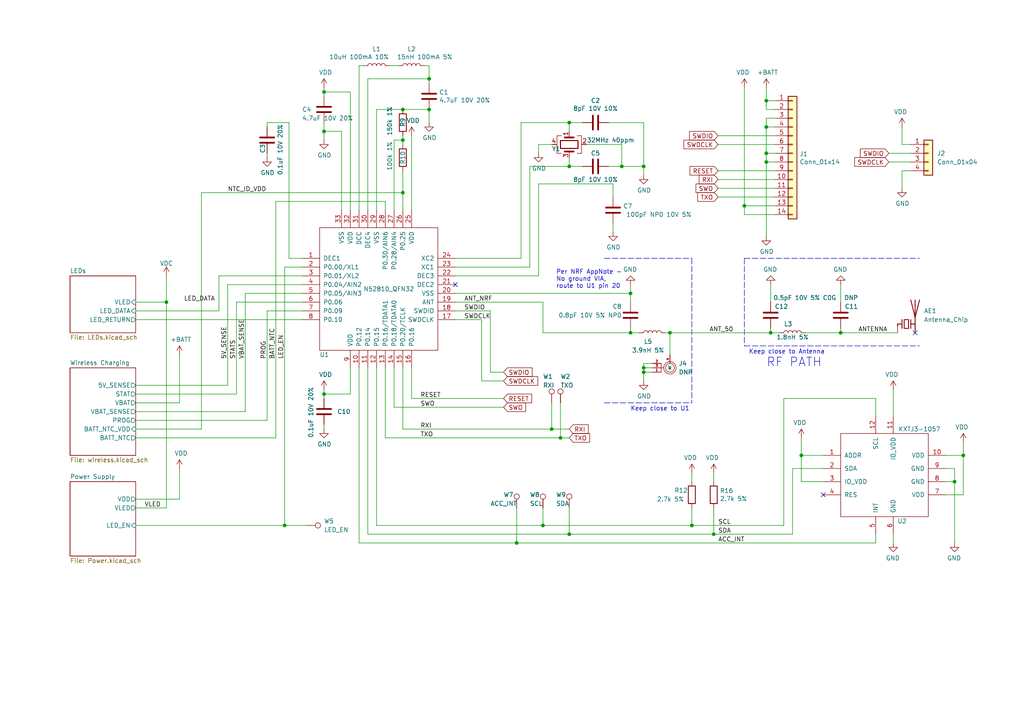
<source format=kicad_sch>
(kicad_sch (version 20211123) (generator eeschema)
  (paper "A4")
  (title_block (title "Pixels D20 Schematic, Main") (date "2021-06-23") (rev "2") (company "Systemic Games, LLC"))
  (lib_symbols
    (symbol "Connector_Generic:Conn_01x04" (pin_names (offset 1.016) hide)
      (property "Reference" "J" (at 0 5.08 0))
      (property "Value" "Conn_01x04" (at 0 -7.62 0))
      (symbol "Conn_01x04_1_1"
        (rectangle (start -1.27 -4.953) (end 0 -5.207) (stroke (width 0.1524)))
        (rectangle (start -1.27 -2.413) (end 0 -2.667) (stroke (width 0.1524)))
        (rectangle (start -1.27 0.127) (end 0 -0.127) (stroke (width 0.1524)))
        (rectangle (start -1.27 2.667) (end 0 2.413) (stroke (width 0.1524)))
        (rectangle (start -1.27 3.81) (end 1.27 -6.35) (stroke (width 0.254)) (fill (type background)))
        (pin passive line (at -5.08 2.54 0) (length 3.81) (name "Pin_1") (number "1"))
        (pin passive line (at -5.08 0 0) (length 3.81) (name "Pin_2") (number "2"))
        (pin passive line (at -5.08 -2.54 0) (length 3.81) (name "Pin_3") (number "3"))
        (pin passive line (at -5.08 -5.08 0) (length 3.81) (name "Pin_4") (number "4"))
      )
    )
    (symbol "Connector_Generic:Conn_01x14" (pin_names (offset 1.016) hide)
      (property "Reference" "J" (at 0 17.78 0))
      (property "Value" "Conn_01x14" (at 0 -20.32 0))
      (symbol "Conn_01x14_1_1"
        (rectangle (start -1.27 -17.653) (end 0 -17.907) (stroke (width 0.1524)))
        (rectangle (start -1.27 -15.113) (end 0 -15.367) (stroke (width 0.1524)))
        (rectangle (start -1.27 -12.573) (end 0 -12.827) (stroke (width 0.1524)))
        (rectangle (start -1.27 -10.033) (end 0 -10.287) (stroke (width 0.1524)))
        (rectangle (start -1.27 -7.493) (end 0 -7.747) (stroke (width 0.1524)))
        (rectangle (start -1.27 -4.953) (end 0 -5.207) (stroke (width 0.1524)))
        (rectangle (start -1.27 -2.413) (end 0 -2.667) (stroke (width 0.1524)))
        (rectangle (start -1.27 0.127) (end 0 -0.127) (stroke (width 0.1524)))
        (rectangle (start -1.27 2.667) (end 0 2.413) (stroke (width 0.1524)))
        (rectangle (start -1.27 5.207) (end 0 4.953) (stroke (width 0.1524)))
        (rectangle (start -1.27 7.747) (end 0 7.493) (stroke (width 0.1524)))
        (rectangle (start -1.27 10.287) (end 0 10.033) (stroke (width 0.1524)))
        (rectangle (start -1.27 12.827) (end 0 12.573) (stroke (width 0.1524)))
        (rectangle (start -1.27 15.367) (end 0 15.113) (stroke (width 0.1524)))
        (rectangle (start -1.27 16.51) (end 1.27 -19.05) (stroke (width 0.254)) (fill (type background)))
        (pin passive line (at -5.08 15.24 0) (length 3.81) (name "Pin_1") (number "1"))
        (pin passive line (at -5.08 -7.62 0) (length 3.81) (name "Pin_10") (number "10"))
        (pin passive line (at -5.08 -10.16 0) (length 3.81) (name "Pin_11") (number "11"))
        (pin passive line (at -5.08 -12.7 0) (length 3.81) (name "Pin_12") (number "12"))
        (pin passive line (at -5.08 -15.24 0) (length 3.81) (name "Pin_13") (number "13"))
        (pin passive line (at -5.08 -17.78 0) (length 3.81) (name "Pin_14") (number "14"))
        (pin passive line (at -5.08 12.7 0) (length 3.81) (name "Pin_2") (number "2"))
        (pin passive line (at -5.08 10.16 0) (length 3.81) (name "Pin_3") (number "3"))
        (pin passive line (at -5.08 7.62 0) (length 3.81) (name "Pin_4") (number "4"))
        (pin passive line (at -5.08 5.08 0) (length 3.81) (name "Pin_5") (number "5"))
        (pin passive line (at -5.08 2.54 0) (length 3.81) (name "Pin_6") (number "6"))
        (pin passive line (at -5.08 0 0) (length 3.81) (name "Pin_7") (number "7"))
        (pin passive line (at -5.08 -2.54 0) (length 3.81) (name "Pin_8") (number "8"))
        (pin passive line (at -5.08 -5.08 0) (length 3.81) (name "Pin_9") (number "9"))
      )
    )
    (symbol "Device:Antenna_Chip" (pin_numbers hide) (pin_names (offset 1.016) hide)
      (property "Reference" "AE" (at 0 5.08 0))
      (property "Value" "Antenna_Chip" (at 0 3.175 0))
      (symbol "Antenna_Chip_0_1"
        (polyline (pts (xy -2.54 0) (xy -2.54 -0.635)) (stroke (width 0.254)))
        (polyline (pts (xy -2.54 0) (xy -1.27 0)) (stroke (width 0.254)))
        (polyline (pts (xy 1.27 0) (xy 2.54 0)) (stroke (width 0.254)))
        (polyline (pts (xy 1.27 1.27) (xy 1.27 -1.27)) (stroke (width 0.254)))
        (polyline (pts (xy 2.54 -0.635) (xy 2.54 0)))
        (polyline (pts (xy 2.54 6.985) (xy 2.54 -1.905)) (stroke (width 0.254)))
        (polyline (pts (xy -1.27 1.27) (xy -1.27 -1.27) (xy -1.27 0)) (stroke (width 0.254)))
        (polyline (pts (xy 3.81 6.985) (xy 2.54 1.905) (xy 1.27 6.985)) (stroke (width 0.254)))
        (polyline (pts (xy -0.635 1.27) (xy 0.635 1.27) (xy 0.635 -1.27) (xy -0.635 -1.27) (xy -0.635 1.27)) (stroke (width 0.254)))
      )
      (symbol "Antenna_Chip_1_1"
        (pin input line (at -2.54 -2.54 90) (length 2.54) (name "FEED") (number "1"))
        (pin passive line (at 2.54 -2.54 90) (length 2.54) (name "PCB_Trace") (number "2"))
      )
    )
    (symbol "Device:C" (pin_numbers hide) (pin_names (offset 0.254))
      (property "Reference" "C" (at 0.635 2.54 0))
      (property "Value" "C" (at 0.635 -2.54 0))
      (symbol "C_0_1"
        (polyline (pts (xy -2.032 -0.762) (xy 2.032 -0.762)) (stroke (width 0.508)))
        (polyline (pts (xy -2.032 0.762) (xy 2.032 0.762)) (stroke (width 0.508)))
      )
      (symbol "C_1_1"
        (pin passive line (at 0 3.81 270) (length 2.794) (name "~") (number "1"))
        (pin passive line (at 0 -3.81 90) (length 2.794) (name "~") (number "2"))
      )
    )
    (symbol "Device:Crystal_GND24" (pin_names (offset 1.016) hide)
      (property "Reference" "Y" (at 3.175 5.08 0))
      (property "Value" "Crystal_GND24" (at 3.175 3.175 0))
      (symbol "Crystal_GND24_0_1"
        (rectangle (start -1.143 2.54) (end 1.143 -2.54) (stroke (width 0.3048)))
        (polyline (pts (xy -2.54 0) (xy -2.032 0)))
        (polyline (pts (xy -2.032 -1.27) (xy -2.032 1.27)) (stroke (width 0.508)))
        (polyline (pts (xy 0 -3.81) (xy 0 -3.556)))
        (polyline (pts (xy 0 3.556) (xy 0 3.81)))
        (polyline (pts (xy 2.032 -1.27) (xy 2.032 1.27)) (stroke (width 0.508)))
        (polyline (pts (xy 2.032 0) (xy 2.54 0)))
        (polyline (pts (xy -2.54 -2.286) (xy -2.54 -3.556) (xy 2.54 -3.556) (xy 2.54 -2.286)))
        (polyline (pts (xy -2.54 2.286) (xy -2.54 3.556) (xy 2.54 3.556) (xy 2.54 2.286)))
      )
      (symbol "Crystal_GND24_1_1"
        (pin passive line (at -3.81 0 0) (length 1.27) (name "1") (number "1"))
        (pin passive line (at 0 5.08 270) (length 1.27) (name "2") (number "2"))
        (pin passive line (at 3.81 0 180) (length 1.27) (name "3") (number "3"))
        (pin passive line (at 0 -5.08 90) (length 1.27) (name "4") (number "4"))
      )
    )
    (symbol "Device:L" (pin_numbers hide) (pin_names (offset 1.016) hide)
      (property "Reference" "L" (at -1.27 0 90))
      (property "Value" "L" (at 1.905 0 90))
      (symbol "L_0_1"
        (arc (start 0 -2.54) (mid 0.635 -1.905) (end 0 -1.27))
        (arc (start 0 -1.27) (mid 0.635 -0.635) (end 0 0))
        (arc (start 0 0) (mid 0.635 0.635) (end 0 1.27))
        (arc (start 0 1.27) (mid 0.635 1.905) (end 0 2.54))
      )
      (symbol "L_1_1"
        (pin passive line (at 0 3.81 270) (length 1.27) (name "1") (number "1"))
        (pin passive line (at 0 -3.81 90) (length 1.27) (name "2") (number "2"))
      )
    )
    (symbol "Device:R" (pin_numbers hide) (pin_names (offset 0))
      (property "Reference" "R" (at 2.032 0 90))
      (property "Value" "R" (at 0 0 90))
      (symbol "R_0_1"
        (rectangle (start -1.016 -2.54) (end 1.016 2.54) (stroke (width 0.254)))
      )
      (symbol "R_1_1"
        (pin passive line (at 0 3.81 270) (length 1.27) (name "~") (number "1"))
        (pin passive line (at 0 -3.81 90) (length 1.27) (name "~") (number "2"))
      )
    )
    (symbol "Pixels-dice:KXTJ3-1057" (pin_names (offset 1.016))
      (property "Reference" "U" (at 10.16 -12.7 0))
      (property "Value" "KXTJ3-1057" (at 8.89 13.97 0))
      (symbol "KXTJ3-1057_0_1"
        (rectangle (start -12.7 12.7) (end 12.7 -11.43))
      )
      (symbol "KXTJ3-1057_1_1"
        (pin input line (at -17.78 6.35 0) (length 5.08) (name "ADDR") (number "1"))
        (pin power_in line (at 17.78 6.35 180) (length 5.08) (name "VDD") (number "10"))
        (pin power_in line (at 2.54 17.78 270) (length 5.08) (name "IO_VDD") (number "11"))
        (pin input line (at -2.54 17.78 270) (length 5.08) (name "SCL") (number "12"))
        (pin bidirectional line (at -17.78 2.54 0) (length 5.08) (name "SDA") (number "2"))
        (pin power_in line (at -17.78 -1.27 0) (length 5.08) (name "IO_VDD") (number "3"))
        (pin passive line (at -17.78 -5.08 0) (length 5.08) (name "RES") (number "4"))
        (pin output line (at -2.54 -16.51 90) (length 5.08) (name "INT") (number "5"))
        (pin power_in line (at 2.54 -16.51 90) (length 5.08) (name "GND") (number "6"))
        (pin power_in line (at 17.78 -5.08 180) (length 5.08) (name "VDD") (number "7"))
        (pin power_in line (at 17.78 -1.27 180) (length 5.08) (name "GND") (number "8"))
        (pin power_in line (at 17.78 2.54 180) (length 5.08) (name "GND") (number "9"))
      )
    )
    (symbol "Pixels-dice:N52810_QFN32" (pin_names (offset 1.016))
      (property "Reference" "U" (at 13.97 -19.05 0))
      (property "Value" "N52810_QFN32" (at 2.54 0 0))
      (symbol "N52810_QFN32_0_1"
        (rectangle (start -17.78 17.78) (end 16.51 -17.78))
      )
      (symbol "N52810_QFN32_1_1"
        (pin power_out line (at -22.86 8.89 0) (length 5.08) (name "DEC1") (number "1"))
        (pin bidirectional line (at -6.35 -22.86 90) (length 5.08) (name "P0.12") (number "10"))
        (pin bidirectional line (at -3.81 -22.86 90) (length 5.08) (name "P0.14") (number "11"))
        (pin bidirectional line (at -1.27 -22.86 90) (length 5.08) (name "P0.15") (number "12"))
        (pin bidirectional line (at 1.27 -22.86 90) (length 5.08) (name "P0.16/TDATA1") (number "13"))
        (pin bidirectional line (at 3.81 -22.86 90) (length 5.08) (name "P0.18/TDATA0") (number "14"))
        (pin bidirectional line (at 6.35 -22.86 90) (length 5.08) (name "P0.20/TCLK") (number "15"))
        (pin bidirectional line (at 8.89 -22.86 90) (length 5.08) (name "P0.16") (number "16"))
        (pin bidirectional line (at 21.59 -8.89 180) (length 5.08) (name "SWDCLK") (number "17"))
        (pin bidirectional line (at 21.59 -6.35 180) (length 5.08) (name "SWDIO") (number "18"))
        (pin output line (at 21.59 -3.81 180) (length 5.08) (name "ANT") (number "19"))
        (pin bidirectional line (at -22.86 6.35 0) (length 5.08) (name "P0.00/XL1") (number "2"))
        (pin output line (at 21.59 -1.27 180) (length 5.08) (name "VSS") (number "20"))
        (pin output line (at 21.59 1.27 180) (length 5.08) (name "DEC2") (number "21"))
        (pin output line (at 21.59 3.81 180) (length 5.08) (name "DEC3") (number "22"))
        (pin output line (at 21.59 6.35 180) (length 5.08) (name "XC1") (number "23"))
        (pin input line (at 21.59 8.89 180) (length 5.08) (name "XC2") (number "24"))
        (pin power_in line (at 8.89 22.86 270) (length 5.08) (name "VDD") (number "25"))
        (pin bidirectional line (at 6.35 22.86 270) (length 5.08) (name "P0.25") (number "26"))
        (pin bidirectional line (at 3.81 22.86 270) (length 5.08) (name "P0.28/AIN4") (number "27"))
        (pin bidirectional line (at 1.27 22.86 270) (length 5.08) (name "P0.30/AIN6") (number "28"))
        (pin power_in line (at -1.27 22.86 270) (length 5.08) (name "VSS") (number "29"))
        (pin bidirectional line (at -22.86 3.81 0) (length 5.08) (name "P0.01/XL2") (number "3"))
        (pin output line (at -3.81 22.86 270) (length 5.08) (name "DEC4") (number "30"))
        (pin output line (at -6.35 22.86 270) (length 5.08) (name "DCC") (number "31"))
        (pin power_in line (at -8.89 22.86 270) (length 5.08) (name "VDD") (number "32"))
        (pin power_in line (at -11.43 22.86 270) (length 5.08) (name "VSS") (number "33"))
        (pin bidirectional line (at -22.86 1.27 0) (length 5.08) (name "P0.04/AIN2") (number "4"))
        (pin bidirectional line (at -22.86 -1.27 0) (length 5.08) (name "P0.05/AIN3") (number "5"))
        (pin bidirectional line (at -22.86 -3.81 0) (length 5.08) (name "P0.06") (number "6"))
        (pin bidirectional line (at -22.86 -6.35 0) (length 5.08) (name "P0.09") (number "7"))
        (pin bidirectional line (at -22.86 -8.89 0) (length 5.08) (name "P0.10") (number "8"))
        (pin power_in line (at -8.89 -22.86 90) (length 5.08) (name "VDD") (number "9"))
      )
    )
    (symbol "Pixels-dice:TEST_1P-conn" (pin_numbers hide) (pin_names (offset 0.762) hide)
      (property "Reference" "W" (at 0 6.858 0))
      (property "Value" "TEST_1P-conn" (at 0 5.08 0))
      (symbol "TEST_1P-conn_0_1"
        (circle (center 0 3.302) (radius 0.762))
      )
      (symbol "TEST_1P-conn_1_1"
        (pin passive line (at 0 0 90) (length 2.54) (name "1") (number "1"))
      )
    )
    (symbol "Pixels-dice:W.FL"
      (property "Reference" "J" (at 3.81 -1.27 0))
      (property "Value" "W.FL" (at 4.445 1.27 0))
      (symbol "W.FL_0_1"
        (polyline (pts (xy -1.27 -2.54) (xy 1.27 -2.54)))
        (polyline (pts (xy 0 -2.54) (xy 0 -1.905)))
        (circle (center 0 0) (radius 1.27))
        (circle (center 0 0) (radius 1.7961))
      )
      (symbol "W.FL_1_1"
        (pin passive line (at 1.27 -5.08 90) (length 2.54) (name "") (number "1"))
        (pin passive line (at -1.27 -5.08 90) (length 2.54) (name "") (number "2"))
        (pin passive line (at 0 -5.08 90) (length 2.54) (name "") (number "3"))
        (pin passive line (at -3.81 0 0) (length 2.54) (name "RF") (number "4"))
      )
    )
    (symbol "power:+BATT" (power) (pin_names (offset 0))
      (property "Value" "+BATT" (at 0 3.556 0))
      (symbol "+BATT_0_1"
        (polyline (pts (xy -0.762 1.27) (xy 0 2.54)))
        (polyline (pts (xy 0 0) (xy 0 2.54)))
        (polyline (pts (xy 0 2.54) (xy 0.762 1.27)))
      )
      (symbol "+BATT_1_1"
        (pin power_in line (at 0 0 90) (length 0) hide (name "+BATT") (number "1"))
      )
    )
    (symbol "power:GND" (power) (pin_names (offset 0))
      (property "Value" "GND" (at 0 -3.81 0))
      (symbol "GND_0_1"
        (polyline (pts (xy 0 0) (xy 0 -1.27) (xy 1.27 -1.27) (xy 0 -2.54) (xy -1.27 -1.27) (xy 0 -1.27)))
      )
      (symbol "GND_1_1"
        (pin power_in line (at 0 0 270) (length 0) hide (name "GND") (number "1"))
      )
    )
    (symbol "power:VDC" (power) (pin_names (offset 0))
      (property "Value" "VDC" (at 0 6.35 0))
      (symbol "VDC_0_1"
        (polyline (pts (xy -0.762 1.27) (xy 0 2.54)))
        (polyline (pts (xy 0 0) (xy 0 2.54)))
        (polyline (pts (xy 0 2.54) (xy 0.762 1.27)))
      )
      (symbol "VDC_1_1"
        (pin power_in line (at 0 0 90) (length 0) hide (name "VDC") (number "1"))
      )
    )
    (symbol "power:VDD" (power) (pin_names (offset 0))
      (property "Value" "VDD" (at 0 3.81 0))
      (symbol "VDD_0_1"
        (polyline (pts (xy -0.762 1.27) (xy 0 2.54)))
        (polyline (pts (xy 0 0) (xy 0 2.54)))
        (polyline (pts (xy 0 2.54) (xy 0.762 1.27)))
      )
      (symbol "VDD_1_1"
        (pin power_in line (at 0 0 90) (length 0) hide (name "VDD") (number "1"))
      )
    )
  )
  (junction (at 279.4 132.08))
  (junction (at 180.34 48.26))
  (junction (at 186.69 107.95))
  (junction (at 276.86 139.7))
  (junction (at 93.98 38.1))
  (junction (at 93.98 26.67))
  (junction (at 116.84 55.88))
  (junction (at 243.84 96.52))
  (junction (at 124.46 31.75))
  (junction (at 116.84 40.64))
  (junction (at 165.1 48.26))
  (junction (at 149.86 157.48))
  (junction (at 165.1 154.94))
  (junction (at 207.01 154.94))
  (junction (at 222.25 36.83))
  (junction (at 93.98 114.3))
  (junction (at 182.88 96.52))
  (junction (at 223.52 96.52))
  (junction (at 124.46 22.86))
  (junction (at 82.55 152.4))
  (junction (at 186.69 106.68))
  (junction (at 222.25 44.45))
  (junction (at 182.88 85.09))
  (junction (at 116.84 31.75))
  (junction (at 222.25 29.21))
  (junction (at 186.69 48.26))
  (junction (at 222.25 46.99))
  (junction (at 48.26 87.63))
  (junction (at 162.56 127))
  (junction (at 232.41 132.08))
  (junction (at 215.9 59.69))
  (junction (at 157.48 152.4))
  (junction (at 160.02 124.46))
  (junction (at 200.66 152.4))
  (junction (at 165.1 35.56))
  (junction (at 194.31 96.52))
  (no_connect (at 132.08 82.55))
  (no_connect (at 238.76 143.51))
  (no_connect (at 265.43 96.52))
  (wire (pts (xy 99.06 38.1) (xy 93.98 38.1)))
  (wire (pts (xy 39.37 90.17) (xy 63.5 90.17)))
  (wire (pts (xy 99.06 60.96) (xy 99.06 38.1)))
  (wire (pts (xy 222.25 34.29) (xy 222.25 36.83)))
  (wire (pts (xy 207.01 137.16) (xy 207.01 139.7)))
  (wire (pts (xy 80.01 58.42) (xy 80.01 127)))
  (wire (pts (xy 149.86 147.32) (xy 149.86 157.48)))
  (wire (pts (xy 109.22 31.75) (xy 109.22 60.96)))
  (wire (pts (xy 180.34 41.91) (xy 180.34 48.26)))
  (wire (pts (xy 257.81 46.99) (xy 264.16 46.99)))
  (wire (pts (xy 77.47 90.17) (xy 77.47 121.92)))
  (wire (pts (xy 223.52 82.55) (xy 223.52 87.63)))
  (wire (pts (xy 153.67 77.47) (xy 153.67 48.26)))
  (wire (pts (xy 93.98 26.67) (xy 93.98 27.94)))
  (wire (pts (xy 232.41 139.7) (xy 232.41 132.08)))
  (wire (pts (xy 279.4 143.51) (xy 274.32 143.51)))
  (wire (pts (xy 101.6 26.67) (xy 93.98 26.67)))
  (wire (pts (xy 176.53 48.26) (xy 180.34 48.26)))
  (wire (pts (xy 156.21 80.01) (xy 132.08 80.01)))
  (wire (pts (xy 139.7 110.49) (xy 146.05 110.49)))
  (wire (pts (xy 132.08 74.93) (xy 151.13 74.93)))
  (wire (pts (xy 238.76 135.89) (xy 229.87 135.89)))
  (wire (pts (xy 261.62 41.91) (xy 264.16 41.91)))
  (wire (pts (xy 207.01 147.32) (xy 207.01 154.94)))
  (wire (pts (xy 189.23 106.68) (xy 186.69 106.68)))
  (wire (pts (xy 186.69 35.56) (xy 186.69 48.26)))
  (wire (pts (xy 224.79 46.99) (xy 222.25 46.99)))
  (wire (pts (xy 223.52 96.52) (xy 226.06 96.52)))
  (wire (pts (xy 182.88 85.09) (xy 182.88 87.63)))
  (wire (pts (xy 160.02 124.46) (xy 165.1 124.46)))
  (wire (pts (xy 165.1 35.56) (xy 168.91 35.56)))
  (wire (pts (xy 259.08 154.94) (xy 259.08 157.48)))
  (wire (pts (xy 39.37 114.3) (xy 68.58 114.3)))
  (wire (pts (xy 208.28 41.91) (xy 224.79 41.91)))
  (wire (pts (xy 39.37 147.32) (xy 48.26 147.32)))
  (wire (pts (xy 215.9 59.69) (xy 215.9 62.23)))
  (wire (pts (xy 233.68 96.52) (xy 243.84 96.52)))
  (wire (pts (xy 261.62 49.53) (xy 264.16 49.53)))
  (wire (pts (xy 116.84 124.46) (xy 116.84 106.68)))
  (wire (pts (xy 162.56 127) (xy 165.1 127)))
  (wire (pts (xy 111.76 58.42) (xy 111.76 60.96)))
  (wire (pts (xy 124.46 31.75) (xy 124.46 35.56)))
  (wire (pts (xy 39.37 111.76) (xy 66.04 111.76)))
  (wire (pts (xy 93.98 114.3) (xy 93.98 115.57)))
  (wire (pts (xy 182.88 96.52) (xy 185.42 96.52)))
  (wire (pts (xy 149.86 157.48) (xy 254 157.48)))
  (wire (pts (xy 66.04 82.55) (xy 66.04 111.76)))
  (wire (pts (xy 224.79 59.69) (xy 215.9 59.69)))
  (wire (pts (xy 274.32 139.7) (xy 276.86 139.7)))
  (wire (pts (xy 151.13 74.93) (xy 151.13 35.56)))
  (wire (pts (xy 109.22 152.4) (xy 157.48 152.4)))
  (wire (pts (xy 58.42 124.46) (xy 39.37 124.46)))
  (wire (pts (xy 109.22 106.68) (xy 109.22 152.4)))
  (wire (pts (xy 132.08 90.17) (xy 142.24 90.17)))
  (wire (pts (xy 114.3 106.68) (xy 114.3 118.11)))
  (wire (pts (xy 101.6 60.96) (xy 101.6 26.67)))
  (wire (pts (xy 186.69 105.41) (xy 186.69 106.68)))
  (wire (pts (xy 254 120.65) (xy 254 115.57)))
  (wire (pts (xy 222.25 31.75) (xy 224.79 31.75)))
  (wire (pts (xy 93.98 114.3) (xy 93.98 113.03)))
  (wire (pts (xy 182.88 82.55) (xy 182.88 85.09)))
  (wire (pts (xy 142.24 107.95) (xy 146.05 107.95)))
  (wire (pts (xy 222.25 29.21) (xy 222.25 31.75)))
  (wire (pts (xy 157.48 87.63) (xy 157.48 96.52)))
  (wire (pts (xy 160.02 41.91) (xy 156.21 41.91)))
  (wire (pts (xy 160.02 116.84) (xy 160.02 124.46)))
  (wire (pts (xy 132.08 87.63) (xy 157.48 87.63)))
  (wire (pts (xy 222.25 44.45) (xy 222.25 46.99)))
  (wire (pts (xy 124.46 22.86) (xy 124.46 24.13)))
  (wire (pts (xy 52.07 144.78) (xy 52.07 135.89)))
  (wire (pts (xy 104.14 60.96) (xy 104.14 19.05)))
  (wire (pts (xy 63.5 80.01) (xy 87.63 80.01)))
  (wire (pts (xy 114.3 60.96) (xy 114.3 40.64)))
  (wire (pts (xy 182.88 95.25) (xy 182.88 96.52)))
  (wire (pts (xy 123.19 19.05) (xy 124.46 19.05)))
  (wire (pts (xy 124.46 22.86) (xy 106.68 22.86)))
  (wire (pts (xy 165.1 154.94) (xy 207.01 154.94)))
  (wire (pts (xy 208.28 49.53) (xy 224.79 49.53)))
  (wire (pts (xy 232.41 132.08) (xy 238.76 132.08)))
  (wire (pts (xy 194.31 96.52) (xy 223.52 96.52)))
  (wire (pts (xy 176.53 35.56) (xy 186.69 35.56)))
  (wire (pts (xy 222.25 36.83) (xy 222.25 44.45)))
  (wire (pts (xy 39.37 87.63) (xy 48.26 87.63)))
  (wire (pts (xy 274.32 135.89) (xy 276.86 135.89)))
  (wire (pts (xy 279.4 132.08) (xy 279.4 143.51)))
  (wire (pts (xy 114.3 40.64) (xy 116.84 40.64)))
  (polyline (pts (xy 200.66 74.93) (xy 200.66 116.84)))
  (wire (pts (xy 153.67 48.26) (xy 165.1 48.26)))
  (wire (pts (xy 232.41 132.08) (xy 232.41 127)))
  (wire (pts (xy 101.6 114.3) (xy 93.98 114.3)))
  (wire (pts (xy 111.76 127) (xy 162.56 127)))
  (wire (pts (xy 243.84 82.55) (xy 243.84 87.63)))
  (wire (pts (xy 189.23 105.41) (xy 186.69 105.41)))
  (wire (pts (xy 68.58 87.63) (xy 87.63 87.63)))
  (wire (pts (xy 227.33 115.57) (xy 227.33 152.4)))
  (wire (pts (xy 276.86 139.7) (xy 276.86 157.48)))
  (wire (pts (xy 82.55 77.47) (xy 82.55 152.4)))
  (wire (pts (xy 200.66 137.16) (xy 200.66 139.7)))
  (wire (pts (xy 88.9 152.4) (xy 82.55 152.4)))
  (wire (pts (xy 222.25 34.29) (xy 224.79 34.29)))
  (wire (pts (xy 165.1 48.26) (xy 168.91 48.26)))
  (wire (pts (xy 215.9 62.23) (xy 224.79 62.23)))
  (wire (pts (xy 222.25 46.99) (xy 222.25 68.58)))
  (wire (pts (xy 116.84 124.46) (xy 160.02 124.46)))
  (wire (pts (xy 177.8 53.34) (xy 177.8 57.15)))
  (wire (pts (xy 116.84 55.88) (xy 58.42 55.88)))
  (wire (pts (xy 119.38 106.68) (xy 119.38 115.57)))
  (wire (pts (xy 208.28 57.15) (xy 224.79 57.15)))
  (wire (pts (xy 157.48 152.4) (xy 200.66 152.4)))
  (wire (pts (xy 151.13 35.56) (xy 165.1 35.56)))
  (wire (pts (xy 39.37 144.78) (xy 52.07 144.78)))
  (wire (pts (xy 39.37 119.38) (xy 71.12 119.38)))
  (wire (pts (xy 124.46 19.05) (xy 124.46 22.86)))
  (wire (pts (xy 48.26 87.63) (xy 48.26 147.32)))
  (wire (pts (xy 82.55 77.47) (xy 87.63 77.47)))
  (wire (pts (xy 200.66 152.4) (xy 227.33 152.4)))
  (wire (pts (xy 106.68 154.94) (xy 165.1 154.94)))
  (wire (pts (xy 119.38 39.37) (xy 119.38 60.96)))
  (wire (pts (xy 82.55 152.4) (xy 39.37 152.4)))
  (wire (pts (xy 208.28 54.61) (xy 224.79 54.61)))
  (wire (pts (xy 87.63 82.55) (xy 66.04 82.55)))
  (wire (pts (xy 116.84 55.88) (xy 116.84 60.96)))
  (wire (pts (xy 116.84 49.53) (xy 116.84 55.88)))
  (wire (pts (xy 261.62 49.53) (xy 261.62 54.61)))
  (wire (pts (xy 116.84 31.75) (xy 124.46 31.75)))
  (wire (pts (xy 193.04 96.52) (xy 194.31 96.52)))
  (wire (pts (xy 104.14 19.05) (xy 105.41 19.05)))
  (wire (pts (xy 58.42 55.88) (xy 58.42 124.46)))
  (wire (pts (xy 189.23 107.95) (xy 186.69 107.95)))
  (wire (pts (xy 104.14 157.48) (xy 149.86 157.48)))
  (wire (pts (xy 257.81 44.45) (xy 264.16 44.45)))
  (wire (pts (xy 139.7 92.71) (xy 139.7 110.49)))
  (wire (pts (xy 80.01 127) (xy 39.37 127)))
  (wire (pts (xy 77.47 121.92) (xy 39.37 121.92)))
  (wire (pts (xy 63.5 90.17) (xy 63.5 80.01)))
  (wire (pts (xy 170.18 41.91) (xy 180.34 41.91)))
  (wire (pts (xy 93.98 26.67) (xy 93.98 25.4)))
  (polyline (pts (xy 175.26 74.93) (xy 200.66 74.93)))
  (wire (pts (xy 157.48 96.52) (xy 182.88 96.52)))
  (wire (pts (xy 243.84 96.52) (xy 260.35 96.52)))
  (wire (pts (xy 93.98 38.1) (xy 93.98 40.64)))
  (wire (pts (xy 48.26 87.63) (xy 48.26 80.01)))
  (polyline (pts (xy 215.9 74.93) (xy 266.7 74.93)))
  (wire (pts (xy 87.63 90.17) (xy 77.47 90.17)))
  (wire (pts (xy 132.08 92.71) (xy 139.7 92.71)))
  (wire (pts (xy 165.1 147.32) (xy 165.1 154.94)))
  (wire (pts (xy 186.69 107.95) (xy 186.69 110.49)))
  (wire (pts (xy 229.87 135.89) (xy 229.87 154.94)))
  (wire (pts (xy 224.79 44.45) (xy 222.25 44.45)))
  (wire (pts (xy 77.47 44.45) (xy 77.47 45.72)))
  (wire (pts (xy 146.05 115.57) (xy 119.38 115.57)))
  (wire (pts (xy 116.84 40.64) (xy 116.84 41.91)))
  (wire (pts (xy 194.31 96.52) (xy 194.31 102.87)))
  (wire (pts (xy 222.25 25.4) (xy 222.25 29.21)))
  (wire (pts (xy 162.56 116.84) (xy 162.56 127)))
  (wire (pts (xy 157.48 147.32) (xy 157.48 152.4)))
  (wire (pts (xy 83.82 35.56) (xy 77.47 35.56)))
  (wire (pts (xy 243.84 95.25) (xy 243.84 96.52)))
  (wire (pts (xy 142.24 90.17) (xy 142.24 107.95)))
  (wire (pts (xy 109.22 31.75) (xy 116.84 31.75)))
  (wire (pts (xy 279.4 128.27) (xy 279.4 132.08)))
  (polyline (pts (xy 175.26 116.84) (xy 200.66 116.84)))
  (wire (pts (xy 186.69 106.68) (xy 186.69 107.95)))
  (wire (pts (xy 87.63 74.93) (xy 83.82 74.93)))
  (wire (pts (xy 93.98 35.56) (xy 93.98 38.1)))
  (wire (pts (xy 156.21 53.34) (xy 156.21 80.01)))
  (wire (pts (xy 254 154.94) (xy 254 157.48)))
  (wire (pts (xy 106.68 22.86) (xy 106.68 60.96)))
  (wire (pts (xy 71.12 85.09) (xy 71.12 119.38)))
  (wire (pts (xy 180.34 48.26) (xy 186.69 48.26)))
  (wire (pts (xy 83.82 74.93) (xy 83.82 35.56)))
  (wire (pts (xy 207.01 154.94) (xy 229.87 154.94)))
  (wire (pts (xy 116.84 39.37) (xy 116.84 40.64)))
  (wire (pts (xy 39.37 116.84) (xy 52.07 116.84)))
  (wire (pts (xy 261.62 36.83) (xy 261.62 41.91)))
  (wire (pts (xy 104.14 106.68) (xy 104.14 157.48)))
  (wire (pts (xy 177.8 64.77) (xy 177.8 67.31)))
  (wire (pts (xy 156.21 41.91) (xy 156.21 44.45)))
  (wire (pts (xy 113.03 19.05) (xy 115.57 19.05)))
  (wire (pts (xy 186.69 48.26) (xy 186.69 50.8)))
  (wire (pts (xy 165.1 45.72) (xy 165.1 48.26)))
  (wire (pts (xy 208.28 39.37) (xy 224.79 39.37)))
  (wire (pts (xy 165.1 38.1) (xy 165.1 35.56)))
  (wire (pts (xy 279.4 132.08) (xy 274.32 132.08)))
  (wire (pts (xy 254 115.57) (xy 227.33 115.57)))
  (wire (pts (xy 177.8 53.34) (xy 156.21 53.34)))
  (wire (pts (xy 238.76 139.7) (xy 232.41 139.7)))
  (wire (pts (xy 146.05 118.11) (xy 114.3 118.11)))
  (wire (pts (xy 223.52 95.25) (xy 223.52 96.52)))
  (wire (pts (xy 77.47 35.56) (xy 77.47 36.83)))
  (wire (pts (xy 132.08 85.09) (xy 182.88 85.09)))
  (wire (pts (xy 224.79 36.83) (xy 222.25 36.83)))
  (wire (pts (xy 111.76 127) (xy 111.76 106.68)))
  (wire (pts (xy 106.68 106.68) (xy 106.68 154.94)))
  (wire (pts (xy 68.58 87.63) (xy 68.58 114.3)))
  (wire (pts (xy 215.9 25.4) (xy 215.9 59.69)))
  (polyline (pts (xy 215.9 100.33) (xy 266.7 100.33)))
  (wire (pts (xy 276.86 135.89) (xy 276.86 139.7)))
  (wire (pts (xy 259.08 113.03) (xy 259.08 120.65)))
  (wire (pts (xy 80.01 58.42) (xy 111.76 58.42)))
  (wire (pts (xy 222.25 29.21) (xy 224.79 29.21)))
  (wire (pts (xy 132.08 77.47) (xy 153.67 77.47)))
  (wire (pts (xy 200.66 147.32) (xy 200.66 152.4)))
  (wire (pts (xy 101.6 106.68) (xy 101.6 114.3)))
  (wire (pts (xy 52.07 102.87) (xy 52.07 116.84)))
  (wire (pts (xy 87.63 85.09) (xy 71.12 85.09)))
  (wire (pts (xy 208.28 52.07) (xy 224.79 52.07)))
  (polyline (pts (xy 215.9 74.93) (xy 215.9 100.33)))
  (wire (pts (xy 93.98 123.19) (xy 93.98 124.46)))
  (wire (pts (xy 39.37 92.71) (xy 87.63 92.71)))
  (text "Per NRF AppNote -\nNo ground VIA,\nroute to U1 pin 20" (at 161.29 83.82 0) (effects (font (size 1.27 1.27)) (justify left bottom)))
  (text "RF PATH" (at 222.25 106.68 0) (effects (font (size 2.54 2.54)) (justify left bottom)))
  (text "Keep close to U1" (at 182.88 119.38 0) (effects (font (size 1.27 1.27)) (justify left bottom)))
  (text "Keep close to Antenna" (at 217.17 102.87 0) (effects (font (size 1.27 1.27)) (justify left bottom)))
  (label "TXO" (at 121.92 127 0))
  (label "ACC_INT" (at 208.28 157.48 0))
  (label "SWDCLK" (at 134.62 92.71 0))
  (label "VBAT_SENSE" (at 71.12 104.14 90))
  (label "PROG" (at 77.47 104.14 90))
  (label "5V_SENSE" (at 66.04 104.14 90))
  (label "SDA" (at 208.28 154.94 0))
  (label "NTC_ID_VDD" (at 66.04 55.88 0))
  (label "LED_EN" (at 82.55 104.14 90))
  (label "RXI" (at 121.92 124.46 0))
  (label "SWDIO" (at 134.62 90.17 0))
  (label "ANT_NRF" (at 134.62 87.63 0))
  (label "SWO" (at 121.92 118.11 0))
  (label "BATT_NTC" (at 80.01 104.14 90))
  (label "LED_DATA" (at 53.34 87.63 0))
  (label "ANTENNA" (at 248.92 96.52 0))
  (label "RESET" (at 121.92 115.57 0))
  (label "ANT_50" (at 205.74 96.52 0))
  (label "SCL" (at 208.28 152.4 0))
  (label "VLED" (at 41.91 147.32 0))
  (label "STATS" (at 68.58 104.14 90))
  (global_label "TXO" (shape input) (at 165.1 127 0) (property "Intersheet References" "${INTERSHEET_REFS}" (effects hide)))
  (global_label "RESET" (shape input) (at 208.28 49.53 180) (property "Intersheet References" "${INTERSHEET_REFS}" (effects hide)))
  (global_label "SWDIO" (shape input) (at 146.05 107.95 0) (property "Intersheet References" "${INTERSHEET_REFS}" (effects hide)))
  (global_label "SWDCLK" (shape input) (at 257.81 46.99 180) (property "Intersheet References" "${INTERSHEET_REFS}" (effects hide)))
  (global_label "RXI" (shape input) (at 208.28 52.07 180) (property "Intersheet References" "${INTERSHEET_REFS}" (effects hide)))
  (global_label "SWO" (shape input) (at 146.05 118.11 0) (property "Intersheet References" "${INTERSHEET_REFS}" (effects hide)))
  (global_label "SWDCLK" (shape input) (at 146.05 110.49 0) (property "Intersheet References" "${INTERSHEET_REFS}" (effects hide)))
  (global_label "TXO" (shape input) (at 208.28 57.15 180) (property "Intersheet References" "${INTERSHEET_REFS}" (effects hide)))
  (global_label "RESET" (shape input) (at 146.05 115.57 0) (property "Intersheet References" "${INTERSHEET_REFS}" (effects hide)))
  (global_label "SWO" (shape input) (at 208.28 54.61 180) (property "Intersheet References" "${INTERSHEET_REFS}" (effects hide)))
  (global_label "RXI" (shape input) (at 165.1 124.46 0) (property "Intersheet References" "${INTERSHEET_REFS}" (effects hide)))
  (global_label "SWDIO" (shape input) (at 257.81 44.45 180) (property "Intersheet References" "${INTERSHEET_REFS}" (effects hide)))
  (global_label "SWDCLK" (shape input) (at 208.28 41.91 180) (property "Intersheet References" "${INTERSHEET_REFS}" (effects hide)))
  (global_label "SWDIO" (shape input) (at 208.28 39.37 180) (property "Intersheet References" "${INTERSHEET_REFS}" (effects hide)))
  (symbol (lib_id "power:GND") (at 93.98 124.46 0) (unit 1)
    (property "Reference" "#PWR016" (effects hide))
    (property "Value" "GND" (at 94.107 128.8542 0))
  )
  (symbol (lib_id "power:VDD") (at 93.98 113.03 0) (unit 1)
    (property "Reference" "#PWR014" (effects hide))
    (property "Value" "VDD" (at 94.4118 108.6358 0))
  )
  (symbol (lib_id "Device:C") (at 93.98 119.38 0) (unit 1)
    (property "Reference" "C10" (at 97.79 119.38 0) (effects (justify left)))
    (property "Value" "0.1uF 10V 20%" (at 90.17 127 90) (effects (justify left)))
    (property "Footprint" "Capacitor_SMD:C_0402_1005Metric" (effects hide))
    (property "Generic OK" "YES" (effects hide))
    (property "Pixels Part Number" "SMD-C005" (effects hide))
    (property "Manufacturer" "Murata" (effects hide))
    (property "Manufacturer Part Number" "GRM155R61H104KE19D" (effects hide))
  )
  (symbol (lib_id "power:GND") (at 93.98 40.64 0) (unit 1)
    (property "Reference" "#PWR08" (effects hide))
    (property "Value" "GND" (at 94.107 45.0342 0))
  )
  (symbol (lib_id "power:VDD") (at 93.98 25.4 0) (unit 1)
    (property "Reference" "#PWR01" (effects hide))
    (property "Value" "VDD" (at 94.4118 21.0058 0))
  )
  (symbol (lib_id "Device:C") (at 93.98 31.75 0) (unit 1)
    (property "Reference" "C4" (at 87.63 31.75 0) (effects (justify left)))
    (property "Value" "4.7uF 10V 20%" (at 87.63 34.29 0) (effects (justify left)))
    (property "Footprint" "Pixels-dice:C_0402_1005Metric" (effects hide))
    (property "Generic OK" "YES" (effects hide))
    (property "Pixels Part Number" "SMD-C002" (effects hide))
    (property "Manufacturer" "Murata" (effects hide))
    (property "Manufacturer Part Number" "GRM155R61A475MEAAJ" (effects hide))
  )
  (symbol (lib_id "power:GND") (at 77.47 45.72 0) (unit 1)
    (property "Reference" "#PWR05" (effects hide))
    (property "Value" "GND" (at 77.597 50.1142 0))
  )
  (symbol (lib_id "Device:C") (at 77.47 40.64 0) (unit 1)
    (property "Reference" "C3" (at 76.2 44.45 90) (effects (justify left)))
    (property "Value" "0.1uF 10V 20%" (at 81.28 50.8 90) (effects (justify left)))
    (property "Footprint" "Capacitor_SMD:C_0402_1005Metric" (effects hide))
    (property "Generic OK" "YES" (effects hide))
    (property "Pixels Part Number" "SMD-C005" (effects hide))
    (property "Manufacturer" "Murata" (effects hide))
    (property "Manufacturer Part Number" "GRM155R61H104KE19D" (effects hide))
  )
  (symbol (lib_id "Device:L") (at 109.22 19.05 90) (unit 1)
    (property "Reference" "L1" (at 109.22 14.224 90))
    (property "Value" "10uH 100mA 10%" (at 104.14 16.51 90))
    (property "Footprint" "Inductor_SMD:L_0805_2012Metric" (effects hide))
    (property "Generic OK" "YES" (effects hide))
    (property "Pixels Part Number" "SMD-L001" (effects hide))
    (property "Manufacturer" "Murata" (effects hide))
    (property "Manufacturer Part Number" "LQM21FN100M80L" (effects hide))
  )
  (symbol (lib_id "Device:L") (at 119.38 19.05 90) (unit 1)
    (property "Reference" "L2" (at 119.38 14.224 90))
    (property "Value" "15nH 100mA 5%" (at 123.19 16.51 90))
    (property "Footprint" "Inductor_SMD:L_0402_1005Metric" (effects hide))
    (property "Generic OK" "YES" (effects hide))
    (property "Pixels Part Number" "SMD-L002" (effects hide))
    (property "Manufacturer" "Murata" (effects hide))
    (property "Manufacturer Part Number" "LQG15HS15NJ02D" (effects hide))
  )
  (symbol (lib_id "Device:C") (at 124.46 27.94 0) (unit 1)
    (property "Reference" "C1" (at 127.381 26.7716 0) (effects (justify left)))
    (property "Value" "4.7uF 10V 20%" (at 127.381 29.083 0) (effects (justify left)))
    (property "Footprint" "Pixels-dice:C_0402_1005Metric" (effects hide))
    (property "Generic OK" "YES" (effects hide))
    (property "Pixels Part Number" "SMD-C002" (effects hide))
    (property "Manufacturer" "Murata" (effects hide))
    (property "Manufacturer Part Number" "GRM155R61A475MEAAJ" (effects hide))
  )
  (symbol (lib_id "power:GND") (at 124.46 35.56 0) (unit 1)
    (property "Reference" "#PWR03" (effects hide))
    (property "Value" "GND" (at 124.587 39.9542 0))
  )
  (symbol (lib_id "Device:Crystal_GND24") (at 165.1 41.91 270) (unit 1)
    (property "Reference" "Y1" (at 160.02 43.18 90) (effects (justify left)))
    (property "Value" "32MHz 40ppm" (at 170.18 40.64 90) (effects (justify left)))
    (property "Footprint" "Pixels-dice:Crystal_SMD_2016-4Pin_2.0x1.6mm" (effects hide))
    (property "Generic OK" "YES" (effects hide))
    (property "Manufacturer" "Murata" (effects hide))
    (property "Manufacturer Part Number" "XRCGB32M000F2P00R0" (effects hide))
    (property "Pixels Part Number" "SMD-Y001" (effects hide))
  )
  (symbol (lib_id "Device:C") (at 172.72 35.56 270) (unit 1)
    (property "Reference" "C2" (at 172.72 29.1592 90))
    (property "Value" "8pF 10V 10%" (at 172.72 31.4706 90))
    (property "Footprint" "Capacitor_SMD:C_0402_1005Metric" (effects hide))
    (property "Generic OK" "YES" (effects hide))
    (property "Pixels Part Number" "SMD-C001" (effects hide))
    (property "Manufacturer" "Murata" (effects hide))
    (property "Manufacturer Part Number" "GRT1555C2A8R0DA02" (effects hide))
  )
  (symbol (lib_id "Device:C") (at 172.72 48.26 270) (unit 1)
    (property "Reference" "C5" (at 172.72 44.45 90))
    (property "Value" "8pF 10V 10%" (at 172.72 52.07 90))
    (property "Footprint" "Capacitor_SMD:C_0402_1005Metric" (effects hide))
    (property "Generic OK" "YES" (effects hide))
    (property "Pixels Part Number" "SMD-C001" (effects hide))
    (property "Manufacturer" "Murata" (effects hide))
    (property "Manufacturer Part Number" "GRT1555C2A8R0DA02" (effects hide))
  )
  (symbol (lib_id "power:GND") (at 186.69 50.8 0) (unit 1)
    (property "Reference" "#PWR09" (effects hide))
    (property "Value" "GND" (at 186.817 55.1942 0))
  )
  (symbol (lib_id "power:GND") (at 177.8 67.31 0) (unit 1)
    (property "Reference" "#PWR011" (effects hide))
    (property "Value" "GND" (at 177.927 71.7042 0))
  )
  (symbol (lib_id "Device:C") (at 177.8 60.96 0) (unit 1)
    (property "Reference" "C7" (at 180.721 59.7916 0) (effects (justify left)))
    (property "Value" "100pF NP0 10V 5%" (at 181.61 62.23 0) (effects (justify left)))
    (property "Footprint" "Capacitor_SMD:C_0402_1005Metric" (effects hide))
    (property "Generic OK" "YES" (effects hide))
    (property "Pixels Part Number" "SMD-C003" (effects hide))
    (property "Manufacturer" "Murata" (effects hide))
    (property "Manufacturer Part Number" "GCM1555C1H101JA16J" (effects hide))
  )
  (symbol (lib_id "power:GND") (at 156.21 44.45 0) (unit 1)
    (property "Reference" "#PWR06" (effects hide))
    (property "Value" "GND" (at 156.337 48.8442 0))
  )
  (symbol (lib_id "power:VDD") (at 52.07 135.89 0) (unit 1)
    (property "Reference" "#PWR021" (effects hide))
    (property "Value" "VDD" (at 52.5018 131.4958 0))
  )
  (symbol (lib_id "Pixels-dice:TEST_1P-conn") (at 160.02 116.84 0) (unit 1)
    (property "Reference" "W1" (at 157.48 109.22 0) (effects (justify left)))
    (property "Value" "RXI" (at 157.48 111.76 0) (effects (justify left)))
    (property "Footprint" "Pixels-dice:TEST_PIN" (effects hide))
    (property "Generic OK" "N/A" (effects hide))
  )
  (symbol (lib_id "Pixels-dice:TEST_1P-conn") (at 162.56 116.84 0) (unit 1)
    (property "Reference" "W2" (at 162.56 109.22 0) (effects (justify left)))
    (property "Value" "TXO" (at 162.56 111.76 0) (effects (justify left)))
    (property "Footprint" "Pixels-dice:TEST_PIN" (effects hide))
    (property "Generic OK" "N/A" (effects hide))
  )
  (symbol (lib_id "Pixels-dice:TEST_1P-conn") (at 88.9 152.4 270) (unit 1)
    (property "Reference" "W5" (at 93.98 151.13 90) (effects (justify left)))
    (property "Value" "LED_EN" (at 93.98 153.67 90) (effects (justify left)))
    (property "Footprint" "Pixels-dice:TEST_PIN" (effects hide))
    (property "Generic OK" "N/A" (effects hide))
  )
  (symbol (lib_id "Pixels-dice:TEST_1P-conn") (at 149.86 147.32 0) (unit 1)
    (property "Reference" "W7" (at 146.05 143.51 0) (effects (justify left)))
    (property "Value" "ACC_INT" (at 142.24 146.05 0) (effects (justify left)))
    (property "Footprint" "Pixels-dice:TEST_PIN" (effects hide))
    (property "Generic OK" "N/A" (effects hide))
  )
  (symbol (lib_id "Pixels-dice:TEST_1P-conn") (at 157.48 147.32 0) (unit 1)
    (property "Reference" "W8" (at 153.67 143.51 0) (effects (justify left)))
    (property "Value" "SCL" (at 153.67 146.05 0) (effects (justify left)))
    (property "Footprint" "Pixels-dice:TEST_PIN" (effects hide))
    (property "Generic OK" "N/A" (effects hide))
  )
  (symbol (lib_id "Pixels-dice:TEST_1P-conn") (at 165.1 147.32 0) (unit 1)
    (property "Reference" "W9" (at 161.29 143.51 0) (effects (justify left)))
    (property "Value" "SDA" (at 161.29 146.05 0) (effects (justify left)))
    (property "Footprint" "Pixels-dice:TEST_PIN" (effects hide))
    (property "Generic OK" "N/A" (effects hide))
  )
  (symbol (lib_id "Pixels-dice:N52810_QFN32") (at 110.49 83.82 0) (unit 1)
    (property "Reference" "U1" (at 92.71 102.87 0) (effects (justify left)))
    (property "Value" "N52810_QFN32" (at 105.41 83.82 0) (effects (justify left)))
    (property "Footprint" "Package_DFN_QFN:QFN-32-1EP_5x5mm_P0.5mm_EP3.1x3.1mm" (effects hide))
    (property "Generic OK" "NO" (effects hide))
    (property "Manufacturer" "Nordic Semiconductor" (effects hide))
    (property "Manufacturer Part Number" "NRF52810-QCAA-R" (effects hide))
    (property "Pixels Part Number" "SMD-U001" (effects hide))
  )
  (symbol (lib_id "power:VDD") (at 119.38 39.37 0) (unit 1)
    (property "Reference" "#PWR04" (effects hide))
    (property "Value" "VDD" (at 119.8118 34.9758 0))
  )
  (symbol (lib_id "Connector_Generic:Conn_01x14") (at 229.87 44.45 0) (unit 1)
    (property "Reference" "J1" (at 231.902 44.6532 0) (effects (justify left)))
    (property "Value" "Conn_01x14" (at 231.902 46.9646 0) (effects (justify left)))
    (property "Footprint" "Pixels-dice:FPC_14" (effects hide))
    (property "Generic OK" "N/A" (effects hide))
  )
  (symbol (lib_id "power:+BATT") (at 222.25 25.4 0) (unit 1)
    (property "Reference" "#PWR07" (effects hide))
    (property "Value" "+BATT" (at 222.631 21.0058 0))
  )
  (symbol (lib_id "power:VDD") (at 215.9 25.4 0) (mirror y) (unit 1)
    (property "Reference" "#PWR02" (effects hide))
    (property "Value" "VDD" (at 215.4682 21.0058 0))
  )
  (symbol (lib_id "power:GND") (at 222.25 68.58 0) (unit 1)
    (property "Reference" "#PWR013" (effects hide))
    (property "Value" "GND" (at 222.377 72.9742 0))
  )
  (symbol (lib_id "Device:R") (at 116.84 45.72 0) (unit 1)
    (property "Reference" "R10" (at 116.84 45.72 90))
    (property "Value" "100k 1%" (at 113.03 49.53 90) (effects (justify left)))
    (property "Footprint" "Resistor_SMD:R_0402_1005Metric" (effects hide))
    (property "Generic OK" "YES" (effects hide))
    (property "Pixels Part Number" "SMD-R006" (effects hide))
    (property "Manufacturer" "UNI-ROYAL(Uniroyal Elec)" (effects hide))
    (property "Manufacturer Part Number" "0402WGF1003TCE" (effects hide))
  )
  (symbol (lib_id "Device:R") (at 116.84 35.56 0) (unit 1)
    (property "Reference" "R9" (at 116.84 36.83 90) (effects (justify left)))
    (property "Value" "150k 1%" (at 113.03 39.37 90) (effects (justify left)))
    (property "Footprint" "Resistor_SMD:R_0402_1005Metric" (effects hide))
    (property "Generic OK" "YES" (effects hide))
    (property "Manufacturer" "UNI-ROYAL(Uniroyal Elec)" (effects hide))
    (property "Manufacturer Part Number" "0402WGF1503TCE" (effects hide))
  )
  (symbol (lib_id "Device:R") (at 200.66 143.51 0) (unit 1)
    (property "Reference" "R12" (at 195.58 142.24 0) (effects (justify left)))
    (property "Value" "2.7k 5%" (at 190.5 144.78 0) (effects (justify left)))
    (property "Footprint" "Resistor_SMD:R_0402_1005Metric" (effects hide))
    (property "Generic OK" "YES" (effects hide))
    (property "Manufacturer" "UNI-ROYAL(Uniroyal Elec)" (effects hide))
    (property "Manufacturer Part Number" "0402WGJ0272TCE" (effects hide))
    (property "Pixels Part Number" "SMD-R021" (effects hide))
  )
  (symbol (lib_id "Device:R") (at 207.01 143.51 0) (unit 1)
    (property "Reference" "R16" (at 208.788 142.3416 0) (effects (justify left)))
    (property "Value" "2.7k 5%" (at 208.788 144.653 0) (effects (justify left)))
    (property "Footprint" "Resistor_SMD:R_0402_1005Metric" (effects hide))
    (property "Generic OK" "YES" (effects hide))
    (property "Manufacturer" "UNI-ROYAL(Uniroyal Elec)" (effects hide))
    (property "Manufacturer Part Number" "0402WGJ0272TCE" (effects hide))
    (property "Pixels Part Number" "SMD-R021" (effects hide))
  )
  (symbol (lib_id "power:VDD") (at 207.01 137.16 0) (mirror y) (unit 1)
    (property "Reference" "#PWR046" (effects hide))
    (property "Value" "VDD" (at 206.5782 132.7658 0))
  )
  (symbol (lib_id "power:VDD") (at 200.66 137.16 0) (mirror y) (unit 1)
    (property "Reference" "#PWR045" (effects hide))
    (property "Value" "VDD" (at 200.2282 132.7658 0))
  )
  (symbol (lib_id "Pixels-dice:KXTJ3-1057") (at 256.54 138.43 0) (unit 1)
    (property "Reference" "U2" (at 261.62 151.13 0))
    (property "Value" "KXTJ3-1057" (at 266.7 124.46 0))
    (property "Footprint" "Package_LGA:LGA-12_2x2mm_P0.5mm" (effects hide))
    (property "Manufacturer" "Kionix" (effects hide))
    (property "Manufacturer Part Number" "KXTJ3-1057" (effects hide))
    (property "Pixels Part Number" "SMD-U002-ALT1" (effects hide))
    (property "Generic OK" "NO" (effects hide))
  )
  (symbol (lib_id "power:VDD") (at 279.4 128.27 0) (mirror y) (unit 1)
    (property "Reference" "#PWR037" (effects hide))
    (property "Value" "VDD" (at 278.9682 123.8758 0))
  )
  (symbol (lib_id "power:GND") (at 259.08 157.48 0) (mirror y) (unit 1)
    (property "Reference" "#PWR047" (effects hide))
    (property "Value" "GND" (at 258.953 161.8742 0))
  )
  (symbol (lib_id "power:GND") (at 276.86 157.48 0) (mirror y) (unit 1)
    (property "Reference" "#PWR048" (effects hide))
    (property "Value" "GND" (at 276.733 161.8742 0))
  )
  (symbol (lib_id "power:VDD") (at 259.08 113.03 0) (mirror y) (unit 1)
    (property "Reference" "#PWR015" (effects hide))
    (property "Value" "VDD" (at 258.6482 108.6358 0))
  )
  (symbol (lib_id "power:VDD") (at 232.41 127 0) (mirror y) (unit 1)
    (property "Reference" "#PWR023" (effects hide))
    (property "Value" "VDD" (at 231.9782 122.6058 0))
  )
  (symbol (lib_id "power:VDD") (at 261.62 36.83 0) (mirror y) (unit 1)
    (property "Reference" "#PWR0148" (effects hide))
    (property "Value" "VDD" (at 261.1882 32.4358 0))
  )
  (symbol (lib_id "power:GND") (at 243.84 82.55 180) (unit 1)
    (property "Reference" "#PWR0152" (effects hide))
    (property "Value" "GND" (at 243.713 78.1558 0))
  )
  (symbol (lib_id "Device:C") (at 243.84 91.44 180) (unit 1)
    (property "Reference" "C11" (at 248.92 88.9 0) (effects (justify left)))
    (property "Value" "DNP" (at 248.92 86.36 0) (effects (justify left)))
    (property "Footprint" "Pixels-dice:0402_RF" (effects hide))
    (property "Generic OK" "YES" (effects hide))
    (property "Pixels Part Number" "SMD-C004" (effects hide))
  )
  (symbol (lib_id "Pixels-dice:W.FL") (at 194.31 106.68 270) (unit 1)
    (property "Reference" "J4" (at 196.85 105.4099 90) (effects (justify left)))
    (property "Value" "DNP" (at 196.85 107.9499 90) (effects (justify left)))
    (property "Footprint" "RFFrontEnd:MFH3.RECE.20369.001E.01" (effects hide))
    (property "Generic OK" "N/A" (effects hide))
  )
  (symbol (lib_id "power:GND") (at 186.69 110.49 0) (unit 1)
    (property "Reference" "#PWR0154" (effects hide))
    (property "Value" "GND" (at 186.817 114.8842 0))
  )
  (symbol (lib_id "Device:L") (at 189.23 96.52 90) (unit 1)
    (property "Reference" "L5" (at 187.96 99.06 90))
    (property "Value" "3.9nH 5%" (at 187.96 101.6 90))
    (property "Footprint" "Pixels-dice:0402_RF" (effects hide))
    (property "Generic OK" "YES" (effects hide))
    (property "Manufacturer" "Murata" (effects hide))
    (property "Manufacturer Part Number" "LQG15HS3N9B02D" (effects hide))
  )
  (symbol (lib_id "Device:C") (at 182.88 91.44 180) (unit 1)
    (property "Reference" "C8" (at 180.34 88.9 0) (effects (justify left)))
    (property "Value" "0.8pF 10V 5% NP0" (at 180.34 91.44 0) (effects (justify left)))
    (property "Footprint" "Pixels-dice:0402_RF" (effects hide))
    (property "Generic OK" "YES" (effects hide))
    (property "Pixels Part Number" "SMD-C004" (effects hide))
    (property "Manufacturer" "Murata" (effects hide))
    (property "Manufacturer Part Number" "GJM1555C1HR80BB01" (effects hide))
  )
  (symbol (lib_id "power:GND") (at 261.62 54.61 0) (unit 1)
    (property "Reference" "#PWR0147" (effects hide))
    (property "Value" "GND" (at 261.747 59.0042 0))
  )
  (symbol (lib_id "Device:L") (at 229.87 96.52 90) (unit 1)
    (property "Reference" "L3" (at 228.6 93.98 90))
    (property "Value" "1.8nH 5%" (at 229.87 97.79 90))
    (property "Footprint" "Pixels-dice:0402_RF" (effects hide))
    (property "Generic OK" "YES" (effects hide))
    (property "Manufacturer" "Murata" (effects hide))
    (property "Manufacturer Part Number" "LQG15HZ1N8C02D" (effects hide))
  )
  (symbol (lib_id "power:GND") (at 223.52 82.55 180) (unit 1)
    (property "Reference" "#PWR0153" (effects hide))
    (property "Value" "GND" (at 223.393 78.1558 0))
  )
  (symbol (lib_id "power:VDC") (at 48.26 80.01 0) (unit 1)
    (property "Reference" "#PWR010" (effects hide))
    (property "Value" "VDC" (at 48.26 76.4055 0))
  )
  (symbol (lib_id "Device:Antenna_Chip") (at 262.89 93.98 0) (unit 1)
    (property "Reference" "AE1" (at 267.97 90.1699 0) (effects (justify left)))
    (property "Value" "Antenna_Chip" (at 267.97 92.7099 0) (effects (justify left)))
    (property "Footprint" "Pixels-dice:CHIP_ANT" (effects hide))
    (property "Generic OK" "NO" (effects hide))
    (property "Manufacturer" "Microgate" (effects hide))
    (property "Manufacturer Part Number" "MGMA3216H2450-A02" (effects hide))
  )
  (symbol (lib_id "Connector_Generic:Conn_01x04") (at 269.24 44.45 0) (unit 1) (in_bom no)
    (property "Reference" "J2" (at 271.78 44.4499 0) (effects (justify left)))
    (property "Value" "Conn_01x04" (at 271.78 46.9899 0) (effects (justify left)))
    (property "Footprint" "Pixels-dice:FPC-POGO-4" (effects hide))
    (property "Generic OK" "N/A" (effects hide))
  )
  (symbol (lib_id "power:+BATT") (at 52.07 102.87 0) (unit 1)
    (property "Reference" "#PWR0143" (effects hide))
    (property "Value" "+BATT" (at 52.451 98.4758 0))
  )
  (symbol (lib_id "power:GND") (at 182.88 82.55 180) (unit 1)
    (property "Reference" "#PWR0151" (effects hide))
    (property "Value" "GND" (at 182.753 78.1558 0))
  )
  (symbol (lib_id "Device:C") (at 223.52 91.44 180) (unit 1)
    (property "Reference" "C12" (at 228.6 88.9 0) (effects (justify left)))
    (property "Value" "0.5pF 10V 5% C0G" (at 242.57 86.36 0) (effects (justify left)))
    (property "Footprint" "Pixels-dice:0402_RF" (effects hide))
    (property "Generic OK" "YES" (effects hide))
    (property "Pixels Part Number" "SMD-C004" (effects hide))
    (property "Manufacturer" "Murata" (effects hide))
    (property "Manufacturer Part Number" "GJM1555C1HR50BB01" (effects hide))
  )
  (sheet (at 20.32 139.7) (size 19.05 21.59)
    (property "Sheet name" "Power Supply" (at 20.32 138.9884 0) (effects (justify left bottom)))
    (property "Sheet file" "Power.kicad_sch" (at 20.32 161.8746 0) (effects (justify left top)))
    (pin "VDD" output (at 39.37 144.78 0))
    (pin "VLED" output (at 39.37 147.32 0))
    (pin "LED_EN" input (at 39.37 152.4 0))
  )
  (sheet (at 20.32 80.01) (size 19.05 16.51)
    (property "Sheet name" "LEDs" (at 20.32 79.2984 0) (effects (justify left bottom)))
    (property "Sheet file" "LEDs.kicad_sch" (at 20.32 97.1046 0) (effects (justify left top)))
    (pin "VLED" input (at 39.37 87.63 0))
    (pin "LED_DATA" input (at 39.37 90.17 0))
    (pin "LED_RETURN" output (at 39.37 92.71 0))
  )
  (sheet (at 20.32 106.68) (size 19.05 25.4) (stroke (width 0.1524))
    (property "Sheet name" "Wireless Charging" (at 20.32 105.9684 0) (effects (justify left bottom)))
    (property "Sheet file" "wireless.kicad_sch" (at 20.32 132.6646 0) (effects (justify left top)))
    (pin "VBAT" output (at 39.37 116.84 0))
    (pin "STAT" output (at 39.37 114.3 0))
    (pin "5V_SENSE" output (at 39.37 111.76 0))
    (pin "VBAT_SENSE" output (at 39.37 119.38 0))
    (pin "PROG" output (at 39.37 121.92 0))
    (pin "BATT_NTC_VDD" input (at 39.37 124.46 0))
    (pin "BATT_NTC" output (at 39.37 127 0))
  )
)
</source>
